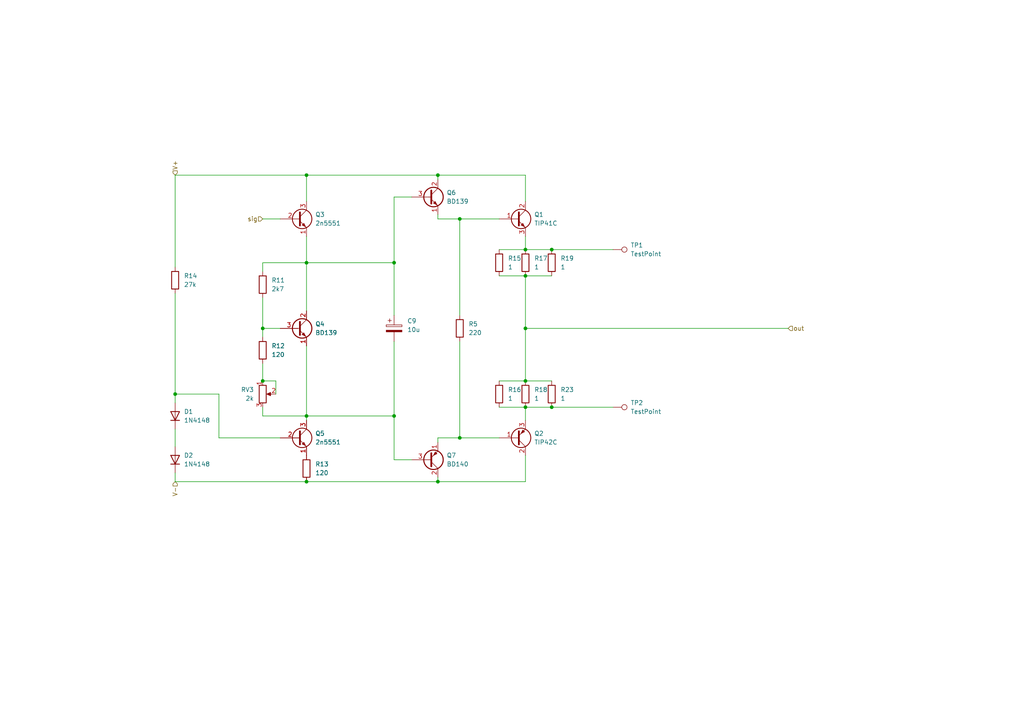
<source format=kicad_sch>
(kicad_sch (version 20230121) (generator eeschema)
  (paper "A4")
  (title_block (title "Endstufe") (date "21.09.21") (rev "A"))
  (lib_symbols
    (symbol "Connector:TestPoint" (pin_numbers hide) (pin_names (offset 0.762) hide)
      (property "Reference" "TP" (at 0 6.858 0))
      (property "Value" "TestPoint" (at 0 5.08 0))
      (symbol "TestPoint_0_1"
        (circle (center 0 3.302) (radius 0.762))
      )
      (symbol "TestPoint_1_1"
        (pin passive line (at 0 0 90) (length 2.54) (name "1") (number "1"))
      )
    )
    (symbol "Device:C_Polarized" (pin_numbers hide) (pin_names (offset 0.254))
      (property "Reference" "C" (at 0.635 2.54 0))
      (property "Value" "C_Polarized" (at 0.635 -2.54 0))
      (symbol "C_Polarized_0_1"
        (rectangle (start -2.286 0.508) (end 2.286 1.016))
        (polyline (pts (xy -1.778 2.286) (xy -0.762 2.286)))
        (polyline (pts (xy -1.27 2.794) (xy -1.27 1.778)))
        (rectangle (start 2.286 -0.508) (end -2.286 -1.016) (fill (type outline)))
      )
      (symbol "C_Polarized_1_1"
        (pin passive line (at 0 3.81 270) (length 2.794) (name "~") (number "1"))
        (pin passive line (at 0 -3.81 90) (length 2.794) (name "~") (number "2"))
      )
    )
    (symbol "Device:R" (pin_numbers hide) (pin_names (offset 0))
      (property "Reference" "R" (at 2.032 0 90))
      (property "Value" "R" (at 0 0 90))
      (symbol "R_0_1"
        (rectangle (start -1.016 -2.54) (end 1.016 2.54) (stroke (width 0.254)))
      )
      (symbol "R_1_1"
        (pin passive line (at 0 3.81 270) (length 1.27) (name "~") (number "1"))
        (pin passive line (at 0 -3.81 90) (length 1.27) (name "~") (number "2"))
      )
    )
    (symbol "Device:R_Potentiometer" (pin_names (offset 1.016) hide)
      (property "Reference" "RV" (at -4.445 0 90))
      (property "Value" "R_Potentiometer" (at -2.54 0 90))
      (symbol "R_Potentiometer_0_1"
        (polyline (pts (xy 2.54 0) (xy 1.524 0)))
        (polyline (pts (xy 1.143 0) (xy 2.286 0.508) (xy 2.286 -0.508) (xy 1.143 0)) (fill (type outline)))
        (rectangle (start 1.016 2.54) (end -1.016 -2.54) (stroke (width 0.254)))
      )
      (symbol "R_Potentiometer_1_1"
        (pin passive line (at 0 3.81 270) (length 1.27) (name "1") (number "1"))
        (pin passive line (at 3.81 0 180) (length 1.27) (name "2") (number "2"))
        (pin passive line (at 0 -3.81 90) (length 1.27) (name "3") (number "3"))
      )
    )
    (symbol "Diode:1N4148" (pin_numbers hide) (pin_names (offset 1.016) hide)
      (property "Reference" "D" (at 0 2.54 0))
      (property "Value" "1N4148" (at 0 -2.54 0))
      (symbol "1N4148_0_1"
        (polyline (pts (xy -1.27 1.27) (xy -1.27 -1.27)) (stroke (width 0.254)))
        (polyline (pts (xy 1.27 0) (xy -1.27 0)))
        (polyline (pts (xy 1.27 1.27) (xy 1.27 -1.27) (xy -1.27 0) (xy 1.27 1.27)) (stroke (width 0.254)))
      )
      (symbol "1N4148_1_1"
        (pin passive line (at -3.81 0 0) (length 2.54) (name "K") (number "1"))
        (pin passive line (at 3.81 0 180) (length 2.54) (name "A") (number "2"))
      )
    )
    (symbol "Transistor_BJT:2N3904" (pin_names (offset 0) hide)
      (property "Reference" "Q" (at 5.08 1.905 0))
      (property "Value" "2N3904" (at 5.08 0 0))
      (symbol "2N3904_0_1"
        (polyline (pts (xy 0.635 0.635) (xy 2.54 2.54)))
        (polyline (pts (xy 0.635 -0.635) (xy 2.54 -2.54) (xy 2.54 -2.54)))
        (polyline (pts (xy 0.635 1.905) (xy 0.635 -1.905) (xy 0.635 -1.905)) (stroke (width 0.508)))
        (polyline (pts (xy 1.27 -1.778) (xy 1.778 -1.27) (xy 2.286 -2.286) (xy 1.27 -1.778) (xy 1.27 -1.778)) (fill (type outline)))
        (circle (center 1.27 0) (radius 2.8194) (stroke (width 0.254)))
      )
      (symbol "2N3904_1_1"
        (pin passive line (at 2.54 -5.08 90) (length 2.54) (name "E") (number "1"))
        (pin passive line (at -5.08 0 0) (length 5.715) (name "B") (number "2"))
        (pin passive line (at 2.54 5.08 270) (length 2.54) (name "C") (number "3"))
      )
    )
    (symbol "Transistor_BJT:BD139" (pin_names (offset 0) hide)
      (property "Reference" "Q" (at 5.08 1.905 0))
      (property "Value" "BD139" (at 5.08 0 0))
      (symbol "BD139_0_1"
        (polyline (pts (xy 0 0) (xy 0.635 0)))
        (polyline (pts (xy 2.54 -2.54) (xy 0.635 -0.635)))
        (polyline (pts (xy 2.54 2.54) (xy 0.635 0.635)))
        (polyline (pts (xy 0.635 1.905) (xy 0.635 -1.905) (xy 0.635 -1.905)) (stroke (width 0.508)) (fill (type outline)))
        (polyline (pts (xy 1.2446 -1.778) (xy 1.7526 -1.27) (xy 2.286 -2.286) (xy 1.2446 -1.778) (xy 1.2446 -1.778)) (fill (type outline)))
        (circle (center 1.27 0) (radius 2.8194) (stroke (width 0.3048)))
      )
      (symbol "BD139_1_1"
        (pin passive line (at 2.54 -5.08 90) (length 2.54) (name "E") (number "1"))
        (pin passive line (at 2.54 5.08 270) (length 2.54) (name "C") (number "2"))
        (pin input line (at -5.08 0 0) (length 5.08) (name "B") (number "3"))
      )
    )
    (symbol "Transistor_BJT:BD140" (pin_names (offset 0) hide)
      (property "Reference" "Q" (at 5.08 1.905 0))
      (property "Value" "BD140" (at 5.08 0 0))
      (symbol "BD140_0_1"
        (polyline (pts (xy 0 0) (xy 0.635 0)))
        (polyline (pts (xy 2.54 -2.54) (xy 0.635 -0.635)))
        (polyline (pts (xy 2.54 2.54) (xy 0.635 0.635)))
        (polyline (pts (xy 0.635 1.905) (xy 0.635 -1.905) (xy 0.635 -1.905)) (stroke (width 0.508)) (fill (type outline)))
        (polyline (pts (xy 1.778 -2.286) (xy 2.286 -1.778) (xy 1.27 -1.27) (xy 1.778 -2.286) (xy 1.778 -2.286)) (fill (type outline)))
        (circle (center 1.27 0) (radius 2.8194) (stroke (width 0.3048)))
      )
      (symbol "BD140_1_1"
        (pin passive line (at 2.54 -5.08 90) (length 2.54) (name "E") (number "1"))
        (pin passive line (at 2.54 5.08 270) (length 2.54) (name "C") (number "2"))
        (pin input line (at -5.08 0 0) (length 5.08) (name "B") (number "3"))
      )
    )
    (symbol "Transistor_BJT:TIP41C" (pin_names (offset 0) hide)
      (property "Reference" "Q" (at 6.35 1.905 0))
      (property "Value" "TIP41C" (at 6.35 0 0))
      (symbol "TIP41C_0_1"
        (polyline (pts (xy 0.635 0.635) (xy 2.54 2.54)))
        (polyline (pts (xy 0.635 -0.635) (xy 2.54 -2.54) (xy 2.54 -2.54)))
        (polyline (pts (xy 0.635 1.905) (xy 0.635 -1.905) (xy 0.635 -1.905)) (stroke (width 0.508)))
        (polyline (pts (xy 1.27 -1.778) (xy 1.778 -1.27) (xy 2.286 -2.286) (xy 1.27 -1.778) (xy 1.27 -1.778)) (fill (type outline)))
        (circle (center 1.27 0) (radius 2.8194) (stroke (width 0.254)))
      )
      (symbol "TIP41C_1_1"
        (pin input line (at -5.08 0 0) (length 5.715) (name "B") (number "1"))
        (pin passive line (at 2.54 5.08 270) (length 2.54) (name "C") (number "2"))
        (pin passive line (at 2.54 -5.08 90) (length 2.54) (name "E") (number "3"))
      )
    )
    (symbol "Transistor_BJT:TIP42C" (pin_names (offset 0) hide)
      (property "Reference" "Q" (at 6.35 1.905 0))
      (property "Value" "TIP42C" (at 6.35 0 0))
      (symbol "TIP42C_0_1"
        (polyline (pts (xy 0.635 0.635) (xy 2.54 2.54)))
        (polyline (pts (xy 0.635 -0.635) (xy 2.54 -2.54) (xy 2.54 -2.54)))
        (polyline (pts (xy 0.635 1.905) (xy 0.635 -1.905) (xy 0.635 -1.905)) (stroke (width 0.508)))
        (polyline (pts (xy 2.286 -1.778) (xy 1.778 -2.286) (xy 1.27 -1.27) (xy 2.286 -1.778) (xy 2.286 -1.778)) (fill (type outline)))
        (circle (center 1.27 0) (radius 2.8194) (stroke (width 0.254)))
      )
      (symbol "TIP42C_1_1"
        (pin input line (at -5.08 0 0) (length 5.715) (name "B") (number "1"))
        (pin passive line (at 2.54 5.08 270) (length 2.54) (name "C") (number "2"))
        (pin passive line (at 2.54 -5.08 90) (length 2.54) (name "E") (number "3"))
      )
    )
  )
  (junction (at 114.3 120.65))
  (junction (at 133.35 127))
  (junction (at 160.02 72.39))
  (junction (at 127 50.8))
  (junction (at 76.2 110.49))
  (junction (at 152.4 95.25))
  (junction (at 88.9 120.65))
  (junction (at 152.4 80.01))
  (junction (at 76.2 95.25))
  (junction (at 133.35 63.5))
  (junction (at 50.8 114.3))
  (junction (at 88.9 50.8))
  (junction (at 152.4 110.49))
  (junction (at 152.4 72.39))
  (junction (at 160.02 118.11))
  (junction (at 88.9 139.7))
  (junction (at 114.3 76.2))
  (junction (at 127 139.7))
  (junction (at 88.9 76.2))
  (junction (at 152.4 118.11))
  (wire (pts (xy 152.4 80.01) (xy 160.02 80.01)))
  (wire (pts (xy 80.01 114.3) (xy 80.01 110.49)))
  (wire (pts (xy 76.2 118.11) (xy 76.2 120.65)))
  (wire (pts (xy 133.35 63.5) (xy 133.35 91.44)))
  (wire (pts (xy 127 50.8) (xy 88.9 50.8)))
  (wire (pts (xy 76.2 76.2) (xy 76.2 78.74)))
  (wire (pts (xy 88.9 50.8) (xy 88.9 58.42)))
  (wire (pts (xy 114.3 120.65) (xy 114.3 133.35)))
  (wire (pts (xy 76.2 86.36) (xy 76.2 95.25)))
  (wire (pts (xy 88.9 76.2) (xy 76.2 76.2)))
  (wire (pts (xy 152.4 95.25) (xy 152.4 110.49)))
  (wire (pts (xy 114.3 57.15) (xy 119.38 57.15)))
  (wire (pts (xy 127 63.5) (xy 133.35 63.5)))
  (wire (pts (xy 133.35 63.5) (xy 144.78 63.5)))
  (wire (pts (xy 127 128.27) (xy 127 127)))
  (wire (pts (xy 76.2 120.65) (xy 88.9 120.65)))
  (wire (pts (xy 152.4 58.42) (xy 152.4 50.8)))
  (wire (pts (xy 152.4 118.11) (xy 152.4 121.92)))
  (wire (pts (xy 152.4 139.7) (xy 127 139.7)))
  (wire (pts (xy 133.35 99.06) (xy 133.35 127)))
  (wire (pts (xy 76.2 63.5) (xy 81.28 63.5)))
  (wire (pts (xy 63.5 127) (xy 63.5 114.3)))
  (wire (pts (xy 114.3 133.35) (xy 119.38 133.35)))
  (wire (pts (xy 144.78 110.49) (xy 152.4 110.49)))
  (wire (pts (xy 152.4 110.49) (xy 160.02 110.49)))
  (wire (pts (xy 152.4 80.01) (xy 152.4 95.25)))
  (wire (pts (xy 88.9 76.2) (xy 88.9 90.17)))
  (wire (pts (xy 152.4 95.25) (xy 228.6 95.25)))
  (wire (pts (xy 50.8 124.46) (xy 50.8 129.54)))
  (wire (pts (xy 144.78 72.39) (xy 152.4 72.39)))
  (wire (pts (xy 152.4 72.39) (xy 160.02 72.39)))
  (wire (pts (xy 114.3 120.65) (xy 88.9 120.65)))
  (wire (pts (xy 114.3 76.2) (xy 114.3 91.44)))
  (wire (pts (xy 76.2 110.49) (xy 80.01 110.49)))
  (wire (pts (xy 50.8 50.8) (xy 88.9 50.8)))
  (wire (pts (xy 50.8 137.16) (xy 50.8 139.7)))
  (wire (pts (xy 114.3 57.15) (xy 114.3 76.2)))
  (wire (pts (xy 76.2 105.41) (xy 76.2 110.49)))
  (wire (pts (xy 144.78 118.11) (xy 152.4 118.11)))
  (wire (pts (xy 152.4 118.11) (xy 160.02 118.11)))
  (wire (pts (xy 50.8 114.3) (xy 50.8 116.84)))
  (wire (pts (xy 76.2 95.25) (xy 81.28 95.25)))
  (wire (pts (xy 114.3 99.06) (xy 114.3 120.65)))
  (wire (pts (xy 133.35 127) (xy 144.78 127)))
  (wire (pts (xy 127 127) (xy 133.35 127)))
  (wire (pts (xy 127 138.43) (xy 127 139.7)))
  (wire (pts (xy 88.9 76.2) (xy 114.3 76.2)))
  (wire (pts (xy 152.4 50.8) (xy 127 50.8)))
  (wire (pts (xy 88.9 68.58) (xy 88.9 76.2)))
  (wire (pts (xy 88.9 139.7) (xy 127 139.7)))
  (wire (pts (xy 50.8 139.7) (xy 88.9 139.7)))
  (wire (pts (xy 127 50.8) (xy 127 52.07)))
  (wire (pts (xy 81.28 127) (xy 63.5 127)))
  (wire (pts (xy 50.8 77.47) (xy 50.8 50.8)))
  (wire (pts (xy 50.8 114.3) (xy 50.8 85.09)))
  (wire (pts (xy 144.78 80.01) (xy 152.4 80.01)))
  (wire (pts (xy 88.9 120.65) (xy 88.9 121.92)))
  (wire (pts (xy 160.02 72.39) (xy 177.8 72.39)))
  (wire (pts (xy 152.4 132.08) (xy 152.4 139.7)))
  (wire (pts (xy 127 62.23) (xy 127 63.5)))
  (wire (pts (xy 160.02 118.11) (xy 177.8 118.11)))
  (wire (pts (xy 63.5 114.3) (xy 50.8 114.3)))
  (wire (pts (xy 88.9 100.33) (xy 88.9 120.65)))
  (wire (pts (xy 152.4 68.58) (xy 152.4 72.39)))
  (wire (pts (xy 76.2 95.25) (xy 76.2 97.79)))
  (hierarchical_label "V-" (shape input) (at 50.8 139.7 270))
  (hierarchical_label "out" (shape input) (at 228.6 95.25 0))
  (hierarchical_label "sig" (shape input) (at 76.2 63.5 180))
  (hierarchical_label "V+" (shape input) (at 50.8 50.8 90))
  (symbol (lib_id "Device:R") (at 133.35 95.25 0) (unit 1)
    (property "Reference" "R5" (at 135.89 93.9799 0) (effects (justify left)))
    (property "Value" "220" (at 135.89 96.5199 0) (effects (justify left)))
    (property "Footprint" "Resistor_THT:R_Axial_DIN0207_L6.3mm_D2.5mm_P10.16mm_Horizontal" (effects hide))
  )
  (symbol (lib_id "Device:R") (at 88.9 135.89 0) (unit 1)
    (property "Reference" "R13" (at 91.44 134.6199 0) (effects (justify left)))
    (property "Value" "120" (at 91.44 137.1599 0) (effects (justify left)))
    (property "Footprint" "Resistor_THT:R_Axial_DIN0207_L6.3mm_D2.5mm_P10.16mm_Horizontal" (effects hide))
  )
  (symbol (lib_id "Device:C_Polarized") (at 114.3 95.25 0) (unit 1)
    (property "Reference" "C9" (at 118.11 93.0909 0) (effects (justify left)))
    (property "Value" "10u" (at 118.11 95.6309 0) (effects (justify left)))
    (property "Footprint" "Capacitor_THT:CP_Radial_D5.0mm_P2.00mm" (effects hide))
  )
  (symbol (lib_id "Device:R") (at 152.4 114.3 0) (unit 1)
    (property "Reference" "R18" (at 154.94 113.0299 0) (effects (justify left)))
    (property "Value" "1" (at 154.94 115.5699 0) (effects (justify left)))
    (property "Footprint" "Resistor_THT:R_Axial_DIN0207_L6.3mm_D2.5mm_P10.16mm_Horizontal" (effects hide))
  )
  (symbol (lib_id "Transistor_BJT:BD140") (at 124.46 133.35 0) (mirror x) (unit 1)
    (property "Reference" "Q7" (at 129.54 132.0799 0) (effects (justify left)))
    (property "Value" "BD140" (at 129.54 134.6199 0) (effects (justify left)))
    (property "Footprint" "Package_TO_SOT_THT:TO-126-3_Vertical" (effects hide))
    (property "Datasheet" "http://www.st.com/internet/com/TECHNICAL_RESOURCES/TECHNICAL_LITERATURE/DATASHEET/CD00001225.pdf" (effects hide))
  )
  (symbol (lib_id "Device:R") (at 144.78 114.3 0) (unit 1)
    (property "Reference" "R16" (at 147.32 113.0299 0) (effects (justify left)))
    (property "Value" "1" (at 147.32 115.5699 0) (effects (justify left)))
    (property "Footprint" "Resistor_THT:R_Axial_DIN0207_L6.3mm_D2.5mm_P10.16mm_Horizontal" (effects hide))
  )
  (symbol (lib_id "Device:R") (at 160.02 114.3 0) (unit 1)
    (property "Reference" "R23" (at 162.56 113.0299 0) (effects (justify left)))
    (property "Value" "1" (at 162.56 115.5699 0) (effects (justify left)))
    (property "Footprint" "Resistor_THT:R_Axial_DIN0207_L6.3mm_D2.5mm_P10.16mm_Horizontal" (effects hide))
  )
  (symbol (lib_id "Device:R_Potentiometer") (at 76.2 114.3 0) (unit 1)
    (property "Reference" "RV3" (at 73.66 113.0299 0) (effects (justify right)))
    (property "Value" "2k" (at 73.66 115.5699 0) (effects (justify right)))
    (property "Footprint" "Potentiometer_THT:Potentiometer_Bourns_3296W_Vertical" (effects hide))
  )
  (symbol (lib_id "Diode:1N4148") (at 50.8 120.65 90) (unit 1)
    (property "Reference" "D1" (at 53.34 119.3799 90) (effects (justify right)))
    (property "Value" "1N4148" (at 53.34 121.9199 90) (effects (justify right)))
    (property "Footprint" "Diode_THT:D_DO-35_SOD27_P7.62mm_Horizontal" (effects hide))
    (property "Datasheet" "https://assets.nexperia.com/documents/data-sheet/1N4148_1N4448.pdf" (effects hide))
  )
  (symbol (lib_id "Device:R") (at 76.2 101.6 0) (unit 1)
    (property "Reference" "R12" (at 78.74 100.3299 0) (effects (justify left)))
    (property "Value" "120" (at 78.74 102.8699 0) (effects (justify left)))
    (property "Footprint" "Resistor_THT:R_Axial_DIN0207_L6.3mm_D2.5mm_P10.16mm_Horizontal" (effects hide))
  )
  (symbol (lib_id "Device:R") (at 160.02 76.2 0) (unit 1)
    (property "Reference" "R19" (at 162.56 74.9299 0) (effects (justify left)))
    (property "Value" "1" (at 162.56 77.4699 0) (effects (justify left)))
    (property "Footprint" "Resistor_THT:R_Axial_DIN0207_L6.3mm_D2.5mm_P10.16mm_Horizontal" (effects hide))
  )
  (symbol (lib_id "Device:R") (at 76.2 82.55 0) (unit 1)
    (property "Reference" "R11" (at 78.74 81.2799 0) (effects (justify left)))
    (property "Value" "2k7" (at 78.74 83.8199 0) (effects (justify left)))
    (property "Footprint" "Resistor_THT:R_Axial_DIN0207_L6.3mm_D2.5mm_P10.16mm_Horizontal" (effects hide))
  )
  (symbol (lib_id "Device:R") (at 152.4 76.2 0) (unit 1)
    (property "Reference" "R17" (at 154.94 74.9299 0) (effects (justify left)))
    (property "Value" "1" (at 154.94 77.4699 0) (effects (justify left)))
    (property "Footprint" "Resistor_THT:R_Axial_DIN0207_L6.3mm_D2.5mm_P10.16mm_Horizontal" (effects hide))
  )
  (symbol (lib_id "Device:R") (at 50.8 81.28 0) (unit 1)
    (property "Reference" "R14" (at 53.34 80.0099 0) (effects (justify left)))
    (property "Value" "27k" (at 53.34 82.5499 0) (effects (justify left)))
    (property "Footprint" "Resistor_THT:R_Axial_DIN0207_L6.3mm_D2.5mm_P10.16mm_Horizontal" (effects hide))
  )
  (symbol (lib_id "Device:R") (at 144.78 76.2 0) (unit 1)
    (property "Reference" "R15" (at 147.32 74.9299 0) (effects (justify left)))
    (property "Value" "1" (at 147.32 77.4699 0) (effects (justify left)))
    (property "Footprint" "Resistor_THT:R_Axial_DIN0207_L6.3mm_D2.5mm_P10.16mm_Horizontal" (effects hide))
  )
  (symbol (lib_id "Transistor_BJT:BD139") (at 124.46 57.15 0) (unit 1)
    (property "Reference" "Q6" (at 129.54 55.8799 0) (effects (justify left)))
    (property "Value" "BD139" (at 129.54 58.4199 0) (effects (justify left)))
    (property "Footprint" "Package_TO_SOT_THT:TO-126-3_Vertical" (effects hide))
    (property "Datasheet" "http://www.st.com/internet/com/TECHNICAL_RESOURCES/TECHNICAL_LITERATURE/DATASHEET/CD00001225.pdf" (effects hide))
  )
  (symbol (lib_id "Connector:TestPoint") (at 177.8 72.39 270) (unit 1)
    (property "Reference" "TP1" (at 182.88 71.1199 90) (effects (justify left)))
    (property "Value" "TestPoint" (at 182.88 73.6599 90) (effects (justify left)))
    (property "Footprint" "TestPoint:TestPoint_Pad_D2.0mm" (effects hide))
  )
  (symbol (lib_id "Transistor_BJT:BD139") (at 86.36 95.25 0) (unit 1)
    (property "Reference" "Q4" (at 91.44 93.9799 0) (effects (justify left)))
    (property "Value" "BD139" (at 91.44 96.5199 0) (effects (justify left)))
    (property "Footprint" "Package_TO_SOT_THT:TO-126-3_Vertical" (effects hide))
    (property "Datasheet" "http://www.st.com/internet/com/TECHNICAL_RESOURCES/TECHNICAL_LITERATURE/DATASHEET/CD00001225.pdf" (effects hide))
  )
  (symbol (lib_id "Transistor_BJT:TIP41C") (at 149.86 63.5 0) (unit 1)
    (property "Reference" "Q1" (at 154.94 62.2299 0) (effects (justify left)))
    (property "Value" "TIP41C" (at 154.94 64.7699 0) (effects (justify left)))
    (property "Footprint" "Package_TO_SOT_THT:TO-220-3_Vertical" (effects hide))
    (property "Datasheet" "https://www.centralsemi.com/get_document.php?cmp=1&mergetype=pd&mergepath=pd&pdf_id=tip41.PDF" (effects hide))
  )
  (symbol (lib_id "Connector:TestPoint") (at 177.8 118.11 270) (unit 1)
    (property "Reference" "TP2" (at 182.88 116.8399 90) (effects (justify left)))
    (property "Value" "TestPoint" (at 182.88 119.3799 90) (effects (justify left)))
    (property "Footprint" "TestPoint:TestPoint_Pad_D2.0mm" (effects hide))
  )
  (symbol (lib_id "Transistor_BJT:2N3904") (at 86.36 63.5 0) (unit 1)
    (property "Reference" "Q3" (at 91.44 62.2299 0) (effects (justify left)))
    (property "Value" "2n5551" (at 91.44 64.7699 0) (effects (justify left)))
    (property "Footprint" "Package_TO_SOT_THT:TO-92_Inline_Wide" (effects hide))
    (property "Datasheet" "https://www.onsemi.com/pub/Collateral/2N3903-D.PDF" (effects hide))
  )
  (symbol (lib_id "Diode:1N4148") (at 50.8 133.35 90) (unit 1)
    (property "Reference" "D2" (at 53.34 132.0799 90) (effects (justify right)))
    (property "Value" "1N4148" (at 53.34 134.6199 90) (effects (justify right)))
    (property "Footprint" "Diode_THT:D_DO-35_SOD27_P7.62mm_Horizontal" (effects hide))
    (property "Datasheet" "https://assets.nexperia.com/documents/data-sheet/1N4148_1N4448.pdf" (effects hide))
  )
  (symbol (lib_id "Transistor_BJT:2N3904") (at 86.36 127 0) (unit 1)
    (property "Reference" "Q5" (at 91.44 125.7299 0) (effects (justify left)))
    (property "Value" "2n5551" (at 91.44 128.2699 0) (effects (justify left)))
    (property "Footprint" "Package_TO_SOT_THT:TO-92_Inline_Wide" (effects hide))
    (property "Datasheet" "https://www.onsemi.com/pub/Collateral/2N3903-D.PDF" (effects hide))
  )
  (symbol (lib_id "Transistor_BJT:TIP42C") (at 149.86 127 0) (mirror x) (unit 1)
    (property "Reference" "Q2" (at 154.94 125.7299 0) (effects (justify left)))
    (property "Value" "TIP42C" (at 154.94 128.2699 0) (effects (justify left)))
    (property "Footprint" "Package_TO_SOT_THT:TO-220-3_Vertical" (effects hide))
    (property "Datasheet" "https://www.centralsemi.com/get_document.php?cmp=1&mergetype=pd&mergepath=pd&pdf_id=TIP42.PDF" (effects hide))
  )
)
</source>
